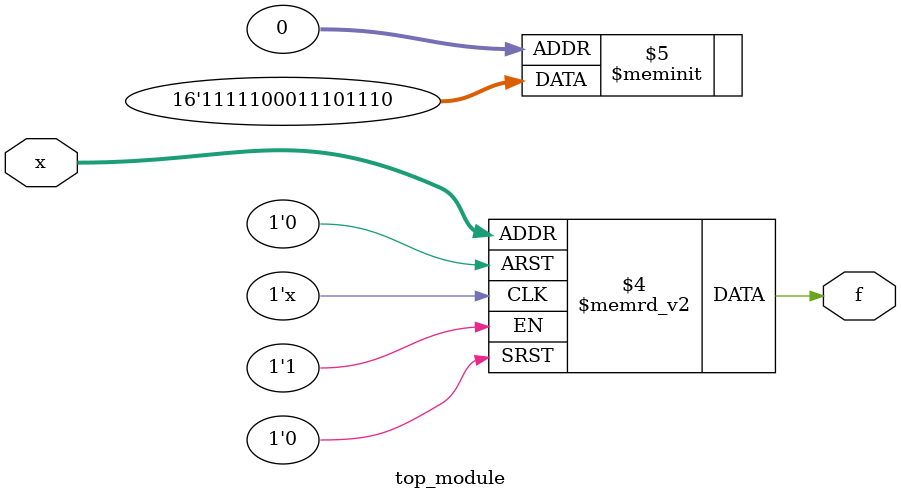
<source format=sv>
module top_module (
    input [4:1] x,
    output logic f
);

    always_comb begin
        case (x)
            4'b0000, // d
            4'b0100, // d
            4'b1000, // d
            4'b1001, // d
            4'b1010: // d
                f = 1'b0;
                
            4'b0001,
            4'b0111,
            4'b1110,
            4'b1111:
                f = 1'b1;

            4'b0010,
            4'b0101,
            4'b0110,
            4'b1011,
            4'b1100,
            4'b1101:
                f = 1'b1;
            
            default:
                f = 1'b1; // default to 1 for anything else (though this shouldn't happen)
        endcase
    end

endmodule

</source>
